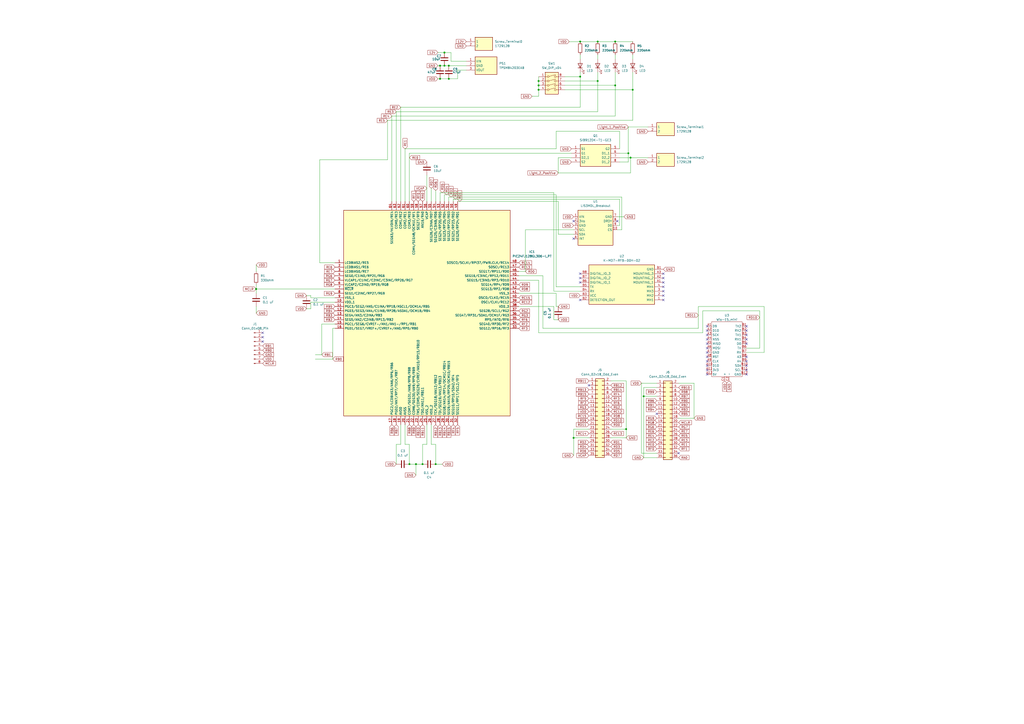
<source format=kicad_sch>
(kicad_sch (version 20231120) (generator "eeschema") (generator_version "8.0")
  (paper "A2")
  (title_block (title "Schematic for train detection module"))
  (junction (at 336.55 44.45))
  (junction (at 257.81 38.1))
  (junction (at 245.11 269.24))
  (junction (at 346.71 46.99))
  (junction (at 365.76 91.44))
  (junction (at 257.81 30.48))
  (junction (at 336.55 24.13))
  (junction (at 367.03 52.07))
  (junction (at 312.42 46.99))
  (junction (at 252.73 269.24))
  (junction (at 356.87 49.53))
  (junction (at 241.3 269.24))
  (junction (at 260.35 45.72))
  (junction (at 363.22 248.92))
  (junction (at 356.87 24.13))
  (junction (at 373.38 229.87))
  (junction (at 260.35 38.1))
  (junction (at 346.71 24.13))
  (junction (at 237.49 269.24))
  (junction (at 255.27 45.72))
  (junction (at 148.59 167.64))
  (junction (at 312.42 49.53))
  (junction (at 255.27 38.1))
  (junction (at 312.42 52.07))
  (junction (at 364.49 88.9))
  (junction (at 332.74 254))
  (no_connect (at 358.14 128.27))
  (no_connect (at 433.07 191.77))
  (no_connect (at 384.81 168.91))
  (no_connect (at 410.21 191.77))
  (no_connect (at 336.55 173.99))
  (no_connect (at 433.07 209.55))
  (no_connect (at 410.21 196.85))
  (no_connect (at 336.55 161.29))
  (no_connect (at 336.55 158.75))
  (no_connect (at 433.07 214.63))
  (no_connect (at 433.07 189.23))
  (no_connect (at 433.07 217.17))
  (no_connect (at 433.07 194.31))
  (no_connect (at 410.21 204.47))
  (no_connect (at 152.4 195.58))
  (no_connect (at 152.4 198.12))
  (no_connect (at 341.63 223.52))
  (no_connect (at 332.74 138.43))
  (no_connect (at 410.21 209.55))
  (no_connect (at 433.07 199.39))
  (no_connect (at 384.81 158.75))
  (no_connect (at 410.21 201.93))
  (no_connect (at 410.21 207.01))
  (no_connect (at 410.21 212.09))
  (no_connect (at 384.81 161.29))
  (no_connect (at 433.07 196.85))
  (no_connect (at 332.74 128.27))
  (no_connect (at 410.21 214.63))
  (no_connect (at 433.07 207.01))
  (no_connect (at 384.81 173.99))
  (no_connect (at 336.55 163.83))
  (no_connect (at 410.21 217.17))
  (no_connect (at 384.81 163.83))
  (no_connect (at 410.21 189.23))
  (no_connect (at 381 240.03))
  (no_connect (at 384.81 171.45))
  (no_connect (at 393.7 262.89))
  (no_connect (at 410.21 194.31))
  (no_connect (at 433.07 212.09))
  (no_connect (at 410.21 199.39))
  (no_connect (at 384.81 166.37))
  (no_connect (at 152.4 193.04))
  (wire (pts (xy 237.49 88.9) (xy 237.49 116.84)))
  (wire (pts (xy 443.23 204.47) (xy 433.07 204.47)))
  (wire (pts (xy 232.41 62.23) (xy 232.41 116.84)))
  (wire (pts (xy 440.69 180.34) (xy 440.69 201.93)))
  (wire (pts (xy 252.73 110.49) (xy 252.73 116.84)))
  (wire (pts (xy 257.81 113.03) (xy 322.58 113.03)))
  (wire (pts (xy 182.88 208.28) (xy 193.04 208.28)))
  (wire (pts (xy 381 262.89) (xy 372.11 262.89)))
  (wire (pts (xy 312.42 162.56) (xy 312.42 193.04)))
  (wire (pts (xy 359.41 86.36) (xy 359.41 76.2)))
  (wire (pts (xy 237.49 257.81) (xy 237.49 269.24)))
  (wire (pts (xy 312.42 46.99) (xy 312.42 44.45)))
  (wire (pts (xy 255.27 45.72) (xy 260.35 45.72)))
  (wire (pts (xy 234.95 246.38) (xy 234.95 257.81)))
  (wire (pts (xy 443.23 177.8) (xy 443.23 204.47)))
  (wire (pts (xy 322.58 76.2) (xy 322.58 86.36)))
  (wire (pts (xy 180.34 175.26) (xy 180.34 179.07)))
  (wire (pts (xy 265.43 40.64) (xy 265.43 45.72)))
  (wire (pts (xy 332.74 254) (xy 341.63 254)))
  (wire (pts (xy 359.41 88.9) (xy 364.49 88.9)))
  (wire (pts (xy 407.67 180.34) (xy 440.69 180.34)))
  (wire (pts (xy 381 224.79) (xy 373.38 224.79)))
  (wire (pts (xy 241.3 269.24) (xy 245.11 269.24)))
  (wire (pts (xy 405.13 177.8) (xy 443.23 177.8)))
  (wire (pts (xy 346.71 41.91) (xy 346.71 46.99)))
  (wire (pts (xy 372.11 222.25) (xy 381 222.25)))
  (wire (pts (xy 180.34 172.72) (xy 194.31 172.72)))
  (wire (pts (xy 373.38 229.87) (xy 381 229.87)))
  (wire (pts (xy 254 30.48) (xy 257.81 30.48)))
  (wire (pts (xy 312.42 52.07) (xy 312.42 49.53)))
  (wire (pts (xy 336.55 62.23) (xy 232.41 62.23)))
  (wire (pts (xy 312.42 49.53) (xy 312.42 46.99)))
  (wire (pts (xy 148.59 167.64) (xy 148.59 170.18)))
  (wire (pts (xy 255.27 111.76) (xy 255.27 116.84)))
  (wire (pts (xy 148.59 177.8) (xy 148.59 181.61)))
  (wire (pts (xy 234.95 257.81) (xy 237.49 257.81)))
  (wire (pts (xy 323.85 91.44) (xy 323.85 100.33)))
  (wire (pts (xy 373.38 224.79) (xy 373.38 229.87)))
  (wire (pts (xy 356.87 24.13) (xy 367.03 24.13)))
  (wire (pts (xy 186.69 187.96) (xy 194.31 187.96)))
  (wire (pts (xy 304.8 133.35) (xy 332.74 133.35)))
  (wire (pts (xy 367.03 31.75) (xy 367.03 34.29)))
  (wire (pts (xy 393.7 222.25) (xy 402.59 222.25)))
  (wire (pts (xy 341.63 248.92) (xy 332.74 248.92)))
  (wire (pts (xy 252.73 257.81) (xy 250.19 257.81)))
  (wire (pts (xy 346.71 64.77) (xy 229.87 64.77)))
  (wire (pts (xy 322.58 177.8) (xy 322.58 170.18)))
  (wire (pts (xy 367.03 52.07) (xy 367.03 69.85)))
  (wire (pts (xy 402.59 242.57) (xy 393.7 242.57)))
  (wire (pts (xy 247.65 101.6) (xy 247.65 116.84)))
  (wire (pts (xy 346.71 24.13) (xy 356.87 24.13)))
  (wire (pts (xy 336.55 44.45) (xy 336.55 62.23)))
  (wire (pts (xy 372.11 262.89) (xy 372.11 222.25)))
  (wire (pts (xy 257.81 38.1) (xy 260.35 38.1)))
  (wire (pts (xy 336.55 31.75) (xy 336.55 34.29)))
  (wire (pts (xy 229.87 64.77) (xy 229.87 116.84)))
  (wire (pts (xy 260.35 38.1) (xy 270.51 38.1)))
  (wire (pts (xy 234.95 86.36) (xy 234.95 116.84)))
  (wire (pts (xy 440.69 201.93) (xy 433.07 201.93)))
  (wire (pts (xy 237.49 88.9) (xy 331.47 88.9)))
  (wire (pts (xy 194.31 152.4) (xy 185.42 152.4)))
  (wire (pts (xy 252.73 257.81) (xy 252.73 269.24)))
  (wire (pts (xy 321.31 185.42) (xy 323.85 185.42)))
  (wire (pts (xy 193.04 190.5) (xy 193.04 208.28)))
  (wire (pts (xy 232.41 246.38) (xy 232.41 257.81)))
  (wire (pts (xy 336.55 41.91) (xy 336.55 44.45)))
  (wire (pts (xy 255.27 38.1) (xy 257.81 38.1)))
  (wire (pts (xy 180.34 179.07) (xy 177.8 179.07)))
  (wire (pts (xy 359.41 130.81) (xy 359.41 115.57)))
  (wire (pts (xy 327.66 49.53) (xy 356.87 49.53)))
  (wire (pts (xy 180.34 171.45) (xy 177.8 171.45)))
  (wire (pts (xy 300.99 162.56) (xy 312.42 162.56)))
  (wire (pts (xy 314.96 190.5) (xy 405.13 190.5)))
  (wire (pts (xy 364.49 93.98) (xy 364.49 88.9)))
  (wire (pts (xy 261.62 30.48) (xy 261.62 35.56)))
  (wire (pts (xy 260.35 114.3) (xy 260.35 116.84)))
  (wire (pts (xy 356.87 31.75) (xy 356.87 34.29)))
  (wire (pts (xy 358.14 130.81) (xy 359.41 130.81)))
  (wire (pts (xy 365.76 91.44) (xy 375.92 91.44)))
  (wire (pts (xy 332.74 254) (xy 332.74 264.16)))
  (wire (pts (xy 148.59 167.64) (xy 194.31 167.64)))
  (wire (pts (xy 185.42 152.4) (xy 185.42 92.71)))
  (wire (pts (xy 336.55 24.13) (xy 346.71 24.13)))
  (wire (pts (xy 252.73 269.24) (xy 256.54 269.24)))
  (wire (pts (xy 308.61 55.88) (xy 312.42 55.88)))
  (wire (pts (xy 304.8 157.48) (xy 304.8 133.35)))
  (wire (pts (xy 241.3 275.59) (xy 241.3 269.24)))
  (wire (pts (xy 323.85 135.89) (xy 323.85 116.84)))
  (wire (pts (xy 257.81 30.48) (xy 261.62 30.48)))
  (wire (pts (xy 359.41 93.98) (xy 364.49 93.98)))
  (wire (pts (xy 314.96 160.02) (xy 314.96 190.5)))
  (wire (pts (xy 321.31 177.8) (xy 300.99 177.8)))
  (wire (pts (xy 346.71 46.99) (xy 346.71 64.77)))
  (wire (pts (xy 402.59 222.25) (xy 402.59 242.57)))
  (wire (pts (xy 330.2 24.13) (xy 336.55 24.13)))
  (wire (pts (xy 354.33 248.92) (xy 363.22 248.92)))
  (wire (pts (xy 312.42 55.88) (xy 312.42 52.07)))
  (wire (pts (xy 180.34 175.26) (xy 194.31 175.26)))
  (wire (pts (xy 227.33 67.31) (xy 227.33 116.84)))
  (wire (pts (xy 322.58 86.36) (xy 234.95 86.36)))
  (wire (pts (xy 321.31 185.42) (xy 321.31 177.8)))
  (wire (pts (xy 186.69 205.74) (xy 186.69 187.96)))
  (wire (pts (xy 323.85 100.33) (xy 365.76 100.33)))
  (wire (pts (xy 254 38.1) (xy 255.27 38.1)))
  (wire (pts (xy 312.42 193.04) (xy 407.67 193.04)))
  (wire (pts (xy 229.87 257.81) (xy 229.87 269.24)))
  (wire (pts (xy 327.66 44.45) (xy 336.55 44.45)))
  (wire (pts (xy 327.66 46.99) (xy 346.71 46.99)))
  (wire (pts (xy 261.62 35.56) (xy 270.51 35.56)))
  (wire (pts (xy 358.14 125.73) (xy 361.95 125.73)))
  (wire (pts (xy 250.19 246.38) (xy 250.19 257.81)))
  (wire (pts (xy 360.68 133.35) (xy 360.68 114.3)))
  (wire (pts (xy 332.74 248.92) (xy 332.74 254)))
  (wire (pts (xy 185.42 92.71) (xy 224.79 92.71)))
  (wire (pts (xy 300.99 157.48) (xy 304.8 157.48)))
  (wire (pts (xy 322.58 166.37) (xy 336.55 166.37)))
  (wire (pts (xy 250.19 109.22) (xy 250.19 116.84)))
  (wire (pts (xy 321.31 111.76) (xy 255.27 111.76)))
  (wire (pts (xy 257.81 116.84) (xy 257.81 113.03)))
  (wire (pts (xy 354.33 220.98) (xy 363.22 220.98)))
  (wire (pts (xy 364.49 73.66) (xy 375.92 73.66)))
  (wire (pts (xy 367.03 41.91) (xy 367.03 52.07)))
  (wire (pts (xy 265.43 45.72) (xy 260.35 45.72)))
  (wire (pts (xy 232.41 257.81) (xy 229.87 257.81)))
  (wire (pts (xy 245.11 257.81) (xy 245.11 269.24)))
  (wire (pts (xy 323.85 116.84) (xy 265.43 116.84)))
  (wire (pts (xy 322.58 113.03) (xy 322.58 166.37)))
  (wire (pts (xy 373.38 265.43) (xy 381 265.43)))
  (wire (pts (xy 224.79 69.85) (xy 224.79 92.71)))
  (wire (pts (xy 148.59 165.1) (xy 148.59 167.64)))
  (wire (pts (xy 322.58 170.18) (xy 300.99 170.18)))
  (wire (pts (xy 363.22 220.98) (xy 363.22 248.92)))
  (wire (pts (xy 262.89 115.57) (xy 359.41 115.57)))
  (wire (pts (xy 321.31 168.91) (xy 321.31 111.76)))
  (wire (pts (xy 405.13 190.5) (xy 405.13 177.8)))
  (wire (pts (xy 356.87 67.31) (xy 227.33 67.31)))
  (wire (pts (xy 354.33 254) (xy 363.22 254)))
  (wire (pts (xy 321.31 168.91) (xy 336.55 168.91)))
  (wire (pts (xy 237.49 269.24) (xy 241.3 269.24)))
  (wire (pts (xy 193.04 190.5) (xy 194.31 190.5)))
  (wire (pts (xy 358.14 133.35) (xy 360.68 133.35)))
  (wire (pts (xy 262.89 115.57) (xy 262.89 116.84)))
  (wire (pts (xy 148.59 153.67) (xy 148.59 157.48)))
  (wire (pts (xy 327.66 52.07) (xy 367.03 52.07)))
  (wire (pts (xy 365.76 91.44) (xy 365.76 100.33)))
  (wire (pts (xy 346.71 31.75) (xy 346.71 34.29)))
  (wire (pts (xy 300.99 160.02) (xy 314.96 160.02)))
  (wire (pts (xy 367.03 69.85) (xy 224.79 69.85)))
  (wire (pts (xy 180.34 172.72) (xy 180.34 171.45)))
  (wire (pts (xy 356.87 41.91) (xy 356.87 49.53)))
  (wire (pts (xy 407.67 193.04) (xy 407.67 180.34)))
  (wire (pts (xy 322.58 177.8) (xy 323.85 177.8)))
  (wire (pts (xy 247.65 246.38) (xy 247.65 257.81)))
  (wire (pts (xy 356.87 49.53) (xy 356.87 67.31)))
  (wire (pts (xy 254 45.72) (xy 255.27 45.72)))
  (wire (pts (xy 270.51 40.64) (xy 265.43 40.64)))
  (wire (pts (xy 363.22 248.92) (xy 363.22 254)))
  (wire (pts (xy 331.47 91.44) (xy 323.85 91.44)))
  (wire (pts (xy 247.65 257.81) (xy 245.11 257.81)))
  (wire (pts (xy 332.74 135.89) (xy 323.85 135.89)))
  (wire (pts (xy 373.38 229.87) (xy 373.38 265.43)))
  (wire (pts (xy 359.41 76.2) (xy 322.58 76.2)))
  (wire (pts (xy 260.35 114.3) (xy 360.68 114.3)))
  (wire (pts (xy 182.88 205.74) (xy 186.69 205.74)))
  (wire (pts (xy 364.49 88.9) (xy 364.49 73.66)))
  (wire (pts (xy 359.41 91.44) (xy 365.76 91.44)))
  (global_label "RE5" (shape input) (at 224.79 69.85 180) (property "Intersheetrefs" "${INTERSHEET_REFS}" (effects (hide yes))))
  (global_label "VCAP" (shape input) (at 247.65 109.22 180) (property "Intersheetrefs" "${INTERSHEET_REFS}" (effects (hide yes))))
  (global_label "GND" (shape input) (at 363.22 254 0) (property "Intersheetrefs" "${INTERSHEET_REFS}" (effects (hide yes))))
  (global_label "Light_1_Positive" (shape input) (at 364.49 73.66 180) (property "Intersheetrefs" "${INTERSHEET_REFS}" (effects (hide yes))))
  (global_label "GND" (shape input) (at 308.61 55.88 180) (property "Intersheetrefs" "${INTERSHEET_REFS}" (effects (hide yes))))
  (global_label "MCLR" (shape input) (at 152.4 210.82 0) (property "Intersheetrefs" "${INTERSHEET_REFS}" (effects (hide yes))))
  (global_label "RG3" (shape input) (at 341.63 236.22 180) (property "Intersheetrefs" "${INTERSHEET_REFS}" (effects (hide yes))))
  (global_label "RD11" (shape input) (at 405.13 182.88 180) (property "Intersheetrefs" "${INTERSHEET_REFS}" (effects (hide yes))))
  (global_label "RF4" (shape input) (at 354.33 228.6 0) (property "Intersheetrefs" "${INTERSHEET_REFS}" (effects (hide yes))))
  (global_label "RB2" (shape input) (at 393.7 234.95 0) (property "Intersheetrefs" "${INTERSHEET_REFS}" (effects (hide yes))))
  (global_label "RB9" (shape input) (at 240.03 246.38 270) (property "Intersheetrefs" "${INTERSHEET_REFS}" (effects (hide yes))))
  (global_label "GND" (shape input) (at 384.81 156.21 0) (property "Intersheetrefs" "${INTERSHEET_REFS}" (effects (hide yes))))
  (global_label "RB7" (shape input) (at 229.87 246.38 270) (property "Intersheetrefs" "${INTERSHEET_REFS}" (effects (hide yes))))
  (global_label "GND" (shape input) (at 323.85 177.8 0) (property "Intersheetrefs" "${INTERSHEET_REFS}" (effects (hide yes))))
  (global_label "RB2" (shape input) (at 194.31 185.42 180) (property "Intersheetrefs" "${INTERSHEET_REFS}" (effects (hide yes))))
  (global_label "RB10" (shape input) (at 393.7 224.79 0) (property "Intersheetrefs" "${INTERSHEET_REFS}" (effects (hide yes))))
  (global_label "RE6" (shape input) (at 381 250.19 180) (property "Intersheetrefs" "${INTERSHEET_REFS}" (effects (hide yes))))
  (global_label "RD6" (shape input) (at 252.73 110.49 90) (property "Intersheetrefs" "${INTERSHEET_REFS}" (effects (hide yes))))
  (global_label "GND" (shape input) (at 152.4 205.74 0) (property "Intersheetrefs" "${INTERSHEET_REFS}" (effects (hide yes))))
  (global_label "VDD" (shape input) (at 420.37 220.98 270) (property "Intersheetrefs" "${INTERSHEET_REFS}" (effects (hide yes))))
  (global_label "RF1" (shape input) (at 240.03 116.84 90) (property "Intersheetrefs" "${INTERSHEET_REFS}" (effects (hide yes))))
  (global_label "RG8" (shape input) (at 194.31 165.1 180) (property "Intersheetrefs" "${INTERSHEET_REFS}" (effects (hide yes))))
  (global_label "RE0" (shape input) (at 237.49 91.44 0) (property "Intersheetrefs" "${INTERSHEET_REFS}" (effects (hide yes))))
  (global_label "RE2" (shape input) (at 381 255.27 180) (property "Intersheetrefs" "${INTERSHEET_REFS}" (effects (hide yes))))
  (global_label "GND" (shape input) (at 361.95 125.73 0) (property "Intersheetrefs" "${INTERSHEET_REFS}" (effects (hide yes))))
  (global_label "RC12" (shape input) (at 300.99 175.26 0) (property "Intersheetrefs" "${INTERSHEET_REFS}" (effects (hide yes))))
  (global_label "RB12" (shape input) (at 354.33 223.52 0) (property "Intersheetrefs" "${INTERSHEET_REFS}" (effects (hide yes))))
  (global_label "RB14" (shape input) (at 354.33 226.06 0) (property "Intersheetrefs" "${INTERSHEET_REFS}" (effects (hide yes))))
  (global_label "RB1" (shape input) (at 381 234.95 180) (property "Intersheetrefs" "${INTERSHEET_REFS}" (effects (hide yes))))
  (global_label "VDD" (shape input) (at 256.54 269.24 0) (property "Intersheetrefs" "${INTERSHEET_REFS}" (effects (hide yes))))
  (global_label "RC14" (shape input) (at 300.99 152.4 0) (property "Intersheetrefs" "${INTERSHEET_REFS}" (effects (hide yes))))
  (global_label "RB0" (shape input) (at 193.04 208.28 0) (property "Intersheetrefs" "${INTERSHEET_REFS}" (effects (hide yes))))
  (global_label "RD3" (shape input) (at 261.62 114.3 90) (property "Intersheetrefs" "${INTERSHEET_REFS}" (effects (hide yes))))
  (global_label "RB15" (shape input) (at 341.63 228.6 180) (property "Intersheetrefs" "${INTERSHEET_REFS}" (effects (hide yes))))
  (global_label "RD2" (shape input) (at 341.63 256.54 180) (property "Intersheetrefs" "${INTERSHEET_REFS}" (effects (hide yes))))
  (global_label "RC15" (shape input) (at 341.63 241.3 180) (property "Intersheetrefs" "${INTERSHEET_REFS}" (effects (hide yes))))
  (global_label "MCLR" (shape input) (at 393.7 245.11 0) (property "Intersheetrefs" "${INTERSHEET_REFS}" (effects (hide yes))))
  (global_label "RD7" (shape input) (at 354.33 264.16 0) (property "Intersheetrefs" "${INTERSHEET_REFS}" (effects (hide yes))))
  (global_label "RD9" (shape input) (at 341.63 243.84 180) (property "Intersheetrefs" "${INTERSHEET_REFS}" (effects (hide yes))))
  (global_label "RF0" (shape input) (at 242.57 116.84 90) (property "Intersheetrefs" "${INTERSHEET_REFS}" (effects (hide yes))))
  (global_label "RG6" (shape input) (at 194.31 160.02 180) (property "Intersheetrefs" "${INTERSHEET_REFS}" (effects (hide yes))))
  (global_label "GND" (shape input) (at 373.38 265.43 180) (property "Intersheetrefs" "${INTERSHEET_REFS}" (effects (hide yes))))
  (global_label "VDD" (shape input) (at 341.63 238.76 180) (property "Intersheetrefs" "${INTERSHEET_REFS}" (effects (hide yes))))
  (global_label "RC12" (shape input) (at 354.33 238.76 0) (property "Intersheetrefs" "${INTERSHEET_REFS}" (effects (hide yes))))
  (global_label "RB5" (shape input) (at 393.7 240.03 0) (property "Intersheetrefs" "${INTERSHEET_REFS}" (effects (hide yes))))
  (global_label "VDD" (shape input) (at 254 45.72 180) (property "Intersheetrefs" "${INTERSHEET_REFS}" (effects (hide yes))))
  (global_label "VDD" (shape input) (at 330.2 24.13 180) (property "Intersheetrefs" "${INTERSHEET_REFS}" (effects (hide yes))))
  (global_label "VDD" (shape input) (at 332.74 125.73 180) (property "Intersheetrefs" "${INTERSHEET_REFS}" (effects (hide yes))))
  (global_label "RD7" (shape input) (at 250.19 109.22 90) (property "Intersheetrefs" "${INTERSHEET_REFS}" (effects (hide yes))))
  (global_label "RG3" (shape input) (at 300.99 182.88 0) (property "Intersheetrefs" "${INTERSHEET_REFS}" (effects (hide yes))))
  (global_label "RD5" (shape input) (at 354.33 261.62 0) (property "Intersheetrefs" "${INTERSHEET_REFS}" (effects (hide yes))))
  (global_label "RB5" (shape input) (at 194.31 177.8 180) (property "Intersheetrefs" "${INTERSHEET_REFS}" (effects (hide yes))))
  (global_label "RF0" (shape input) (at 381 260.35 180) (property "Intersheetrefs" "${INTERSHEET_REFS}" (effects (hide yes))))
  (global_label "RD1" (shape input) (at 354.33 256.54 0) (property "Intersheetrefs" "${INTERSHEET_REFS}" (effects (hide yes))))
  (global_label "VDD" (shape input) (at 372.11 222.25 180) (property "Intersheetrefs" "${INTERSHEET_REFS}" (effects (hide yes))))
  (global_label "RG7" (shape input) (at 393.7 247.65 0) (property "Intersheetrefs" "${INTERSHEET_REFS}" (effects (hide yes))))
  (global_label "RE1" (shape input) (at 393.7 257.81 0) (property "Intersheetrefs" "${INTERSHEET_REFS}" (effects (hide yes))))
  (global_label "RE1" (shape input) (at 234.95 86.36 90) (property "Intersheetrefs" "${INTERSHEET_REFS}" (effects (hide yes))))
  (global_label "RD10" (shape input) (at 354.33 243.84 0) (property "Intersheetrefs" "${INTERSHEET_REFS}" (effects (hide yes))))
  (global_label "RD6" (shape input) (at 341.63 261.62 180) (property "Intersheetrefs" "${INTERSHEET_REFS}" (effects (hide yes))))
  (global_label "RE6" (shape input) (at 194.31 154.94 180) (property "Intersheetrefs" "${INTERSHEET_REFS}" (effects (hide yes))))
  (global_label "RD4" (shape input) (at 259.08 113.03 90) (property "Intersheetrefs" "${INTERSHEET_REFS}" (effects (hide yes))))
  (global_label "RD8" (shape input) (at 354.33 241.3 0) (property "Intersheetrefs" "${INTERSHEET_REFS}" (effects (hide yes))))
  (global_label "RG9" (shape input) (at 381 242.57 180) (property "Intersheetrefs" "${INTERSHEET_REFS}" (effects (hide yes))))
  (global_label "RB7" (shape input) (at 393.7 229.87 0) (property "Intersheetrefs" "${INTERSHEET_REFS}" (effects (hide yes))))
  (global_label "12V" (shape input) (at 254 30.48 180) (property "Intersheetrefs" "${INTERSHEET_REFS}" (effects (hide yes))))
  (global_label "VDD" (shape input) (at 229.87 269.24 180) (property "Intersheetrefs" "${INTERSHEET_REFS}" (effects (hide yes))))
  (global_label "GND" (shape input) (at 254 38.1 180) (property "Intersheetrefs" "${INTERSHEET_REFS}" (effects (hide yes))))
  (global_label "RG2" (shape input) (at 354.33 236.22 0) (property "Intersheetrefs" "${INTERSHEET_REFS}" (effects (hide yes))))
  (global_label "RD0" (shape input) (at 304.8 157.48 0) (property "Intersheetrefs" "${INTERSHEET_REFS}" (effects (hide yes))))
  (global_label "GND" (shape input) (at 148.59 181.61 0) (property "Intersheetrefs" "${INTERSHEET_REFS}" (effects (hide yes))))
  (global_label "RB3" (shape input) (at 393.7 237.49 0) (property "Intersheetrefs" "${INTERSHEET_REFS}" (effects (hide yes))))
  (global_label "RG2" (shape input) (at 300.99 180.34 0) (property "Intersheetrefs" "${INTERSHEET_REFS}" (effects (hide yes))))
  (global_label "RG9" (shape input) (at 194.31 170.18 180) (property "Intersheetrefs" "${INTERSHEET_REFS}" (effects (hide yes))))
  (global_label "RE7" (shape input) (at 194.31 157.48 180) (property "Intersheetrefs" "${INTERSHEET_REFS}" (effects (hide yes))))
  (global_label "GND" (shape input) (at 332.74 264.16 180) (property "Intersheetrefs" "${INTERSHEET_REFS}" (effects (hide yes))))
  (global_label "RD1" (shape input) (at 266.7 116.84 90) (property "Intersheetrefs" "${INTERSHEET_REFS}" (effects (hide yes))))
  (global_label "VDD" (shape input) (at 152.4 208.28 0) (property "Intersheetrefs" "${INTERSHEET_REFS}" (effects (hide yes))))
  (global_label "GND" (shape input) (at 332.74 130.81 180) (property "Intersheetrefs" "${INTERSHEET_REFS}" (effects (hide yes))))
  (global_label "RF3" (shape input) (at 354.33 231.14 0) (property "Intersheetrefs" "${INTERSHEET_REFS}" (effects (hide yes))))
  (global_label "RB1" (shape input) (at 152.4 200.66 0) (property "Intersheetrefs" "${INTERSHEET_REFS}" (effects (hide yes))))
  (global_label "RF6" (shape input) (at 354.33 233.68 0) (property "Intersheetrefs" "${INTERSHEET_REFS}" (effects (hide yes))))
  (global_label "RB0" (shape input) (at 152.4 203.2 0) (property "Intersheetrefs" "${INTERSHEET_REFS}" (effects (hide yes))))
  (global_label "RB6" (shape input) (at 381 232.41 180) (property "Intersheetrefs" "${INTERSHEET_REFS}" (effects (hide yes))))
  (global_label "GND" (shape input) (at 177.8 171.45 180) (property "Intersheetrefs" "${INTERSHEET_REFS}" (effects (hide yes))))
  (global_label "RE4" (shape input) (at 381 252.73 180) (property "Intersheetrefs" "${INTERSHEET_REFS}" (effects (hide yes))))
  (global_label "RD0" (shape input) (at 354.33 246.38 0) (property "Intersheetrefs" "${INTERSHEET_REFS}" (effects (hide yes))))
  (global_label "VCAP" (shape input) (at 341.63 264.16 180) (property "Intersheetrefs" "${INTERSHEET_REFS}" (effects (hide yes))))
  (global_label "RF5" (shape input) (at 265.43 246.38 270) (property "Intersheetrefs" "${INTERSHEET_REFS}" (effects (hide yes))))
  (global_label "VDD" (shape input) (at 323.85 185.42 0) (property "Intersheetrefs" "${INTERSHEET_REFS}" (effects (hide yes))))
  (global_label "RG8" (shape input) (at 381 245.11 180) (property "Intersheetrefs" "${INTERSHEET_REFS}" (effects (hide yes))))
  (global_label "RD4" (shape input) (at 341.63 259.08 180) (property "Intersheetrefs" "${INTERSHEET_REFS}" (effects (hide yes))))
  (global_label "GND" (shape input) (at 402.59 242.57 0) (property "Intersheetrefs" "${INTERSHEET_REFS}" (effects (hide yes))))
  (global_label "RE4" (shape input) (at 227.33 67.31 180) (property "Intersheetrefs" "${INTERSHEET_REFS}" (effects (hide yes))))
  (global_label "RD11" (shape input) (at 341.63 246.38 180) (property "Intersheetrefs" "${INTERSHEET_REFS}" (effects (hide yes))))
  (global_label "GND" (shape input) (at 331.47 93.98 180) (property "Intersheetrefs" "${INTERSHEET_REFS}" (effects (hide yes))))
  (global_label "RF3" (shape input) (at 300.99 190.5 0) (property "Intersheetrefs" "${INTERSHEET_REFS}" (effects (hide yes))))
  (global_label "Light_2_Positive" (shape input) (at 323.85 100.33 180) (property "Intersheetrefs" "${INTERSHEET_REFS}" (effects (hide yes))))
  (global_label "RB13" (shape input) (at 255.27 246.38 270) (property "Intersheetrefs" "${INTERSHEET_REFS}" (effects (hide yes))))
  (global_label "12V" (shape input) (at 270.51 24.13 180) (property "Intersheetrefs" "${INTERSHEET_REFS}" (effects (hide yes))))
  (global_label "RC13" (shape input) (at 354.33 251.46 0) (property "Intersheetrefs" "${INTERSHEET_REFS}" (effects (hide yes))))
  (global_label "MCLR" (shape input) (at 148.59 167.64 180) (property "Intersheetrefs" "${INTERSHEET_REFS}" (effects (hide yes))))
  (global_label "RC13" (shape input) (at 300.99 154.94 0) (property "Intersheetrefs" "${INTERSHEET_REFS}" (effects (hide yes))))
  (global_label "RA0" (shape input) (at 393.7 265.43 0) (property "Intersheetrefs" "${INTERSHEET_REFS}" (effects (hide yes))))
  (global_label "RF1" (shape input) (at 393.7 260.35 0) (property "Intersheetrefs" "${INTERSHEET_REFS}" (effects (hide yes))))
  (global_label "RD9" (shape input) (at 300.99 165.1 0) (property "Intersheetrefs" "${INTERSHEET_REFS}" (effects (hide yes))))
  (global_label "RB14" (shape input) (at 257.81 246.38 270) (property "Intersheetrefs" "${INTERSHEET_REFS}" (effects (hide yes))))
  (global_label "RF2" (shape input) (at 300.99 187.96 0) (property "Intersheetrefs" "${INTERSHEET_REFS}" (effects (hide yes))))
  (global_label "RB3" (shape input) (at 194.31 182.88 180) (property "Intersheetrefs" "${INTERSHEET_REFS}" (effects (hide yes))))
  (global_label "GND" (shape input) (at 241.3 275.59 180) (property "Intersheetrefs" "${INTERSHEET_REFS}" (effects (hide yes))))
  (global_label "RB10" (shape input) (at 242.57 246.38 270) (property "Intersheetrefs" "${INTERSHEET_REFS}" (effects (hide yes))))
  (global_label "RF2" (shape input) (at 341.63 233.68 180) (property "Intersheetrefs" "${INTERSHEET_REFS}" (effects (hide yes))))
  (global_label "RG6" (shape input) (at 381 247.65 180) (property "Intersheetrefs" "${INTERSHEET_REFS}" (effects (hide yes))))
  (global_label "RB8" (shape input) (at 237.49 246.38 270) (property "Intersheetrefs" "${INTERSHEET_REFS}" (effects (hide yes))))
  (global_label "RF4" (shape input) (at 262.89 246.38 270) (property "Intersheetrefs" "${INTERSHEET_REFS}" (effects (hide yes))))
  (global_label "RC15" (shape input) (at 300.99 172.72 0) (property "Intersheetrefs" "${INTERSHEET_REFS}" (effects (hide yes))))
  (global_label "GND" (shape input) (at 375.92 76.2 180) (property "Intersheetrefs" "${INTERSHEET_REFS}" (effects (hide yes))))
  (global_label "GND" (shape input) (at 247.65 93.98 180) (property "Intersheetrefs" "${INTERSHEET_REFS}" (effects (hide yes))))
  (global_label "RB11" (shape input) (at 341.63 220.98 180) (property "Intersheetrefs" "${INTERSHEET_REFS}" (effects (hide yes))))
  (global_label "RE2" (shape input) (at 232.41 62.23 180) (property "Intersheetrefs" "${INTERSHEET_REFS}" (effects (hide yes))))
  (global_label "RB6" (shape input) (at 227.33 246.38 270) (property "Intersheetrefs" "${INTERSHEET_REFS}" (effects (hide yes))))
  (global_label "RC14" (shape input) (at 341.63 251.46 180) (property "Intersheetrefs" "${INTERSHEET_REFS}" (effects (hide yes))))
  (global_label "RB0" (shape input) (at 393.7 232.41 0) (property "Intersheetrefs" "${INTERSHEET_REFS}" (effects (hide yes))))
  (global_label "RE5" (shape input) (at 393.7 252.73 0) (property "Intersheetrefs" "${INTERSHEET_REFS}" (effects (hide yes))))
  (global_label "RB4" (shape input) (at 194.31 180.34 180) (property "Intersheetrefs" "${INTERSHEET_REFS}" (effects (hide yes))))
  (global_label "VDD" (shape input) (at 336.55 171.45 180) (property "Intersheetrefs" "${INTERSHEET_REFS}" (effects (hide yes))))
  (global_label "RB13" (shape input) (at 341.63 226.06 180) (property "Intersheetrefs" "${INTERSHEET_REFS}" (effects (hide yes))))
  (global_label "RG7" (shape input) (at 194.31 162.56 180) (property "Intersheetrefs" "${INTERSHEET_REFS}" (effects (hide yes))))
  (global_label "RD2" (shape input) (at 264.16 115.57 90) (property "Intersheetrefs" "${INTERSHEET_REFS}" (effects (hide yes))))
  (global_label "RB9" (shape input) (at 381 227.33 180) (property "Intersheetrefs" "${INTERSHEET_REFS}" (effects (hide yes))))
  (global_label "RB1" (shape input) (at 186.69 205.74 0) (property "Intersheetrefs" "${INTERSHEET_REFS}" (effects (hide yes))))
  (global_label "RE3" (shape input) (at 393.7 255.27 0) (property "Intersheetrefs" "${INTERSHEET_REFS}" (effects (hide yes))))
  (global_label "RA0" (shape input) (at 245.11 116.84 90) (property "Intersheetrefs" "${INTERSHEET_REFS}" (effects (hide yes))))
  (global_label "GND" (shape input) (at 270.51 26.67 180) (property "Intersheetrefs" "${INTERSHEET_REFS}" (effects (hide yes))))
  (global_label "RB4" (shape input) (at 381 237.49 180) (property "Intersheetrefs" "${INTERSHEET_REFS}" (effects (hide yes))))
  (global_label "RD5" (shape input) (at 256.54 111.76 90) (property "Intersheetrefs" "${INTERSHEET_REFS}" (effects (hide yes))))
  (global_label "RE7" (shape input) (at 393.7 250.19 0) (property "Intersheetrefs" "${INTERSHEET_REFS}" (effects (hide yes))))
  (global_label "RD3" (shape input) (at 354.33 259.08 0) (property "Intersheetrefs" "${INTERSHEET_REFS}" (effects (hide yes))))
  (global_label "GND" (shape input) (at 331.47 86.36 180) (property "Intersheetrefs" "${INTERSHEET_REFS}" (effects (hide yes))))
  (global_label "RB8" (shape input) (at 393.7 227.33 0) (property "Intersheetrefs" "${INTERSHEET_REFS}" (effects (hide yes))))
  (global_label "RF5" (shape input) (at 341.63 231.14 180) (property "Intersheetrefs" "${INTERSHEET_REFS}" (effects (hide yes))))
  (global_label "GND" (shape input) (at 375.92 93.98 180) (property "Intersheetrefs" "${INTERSHEET_REFS}" (effects (hide yes))))
  (global_label "VDD" (shape input) (at 177.8 179.07 180) (property "Intersheetrefs" "${INTERSHEET_REFS}" (effects (hide yes))))
  (global_label "RB15" (shape input) (at 260.35 246.38 270) (property "Intersheetrefs" "${INTERSHEET_REFS}" (effects (hide yes))))
  (global_label "RD10" (shape input) (at 440.69 184.15 180) (property "Intersheetrefs" "${INTERSHEET_REFS}" (effects (hide yes))))
  (global_label "VDD" (shape input) (at 148.59 153.67 0) (property "Intersheetrefs" "${INTERSHEET_REFS}" (effects (hide yes))))
  (global_label "RB12" (shape input) (at 252.73 246.38 270) (property "Intersheetrefs" "${INTERSHEET_REFS}" (effects (hide yes))))
  (global_label "RF6" (shape input) (at 300.99 185.42 0) (property "Intersheetrefs" "${INTERSHEET_REFS}" (effects (hide yes))))
  (global_label "RE3" (shape input) (at 229.87 64.77 180) (property "Intersheetrefs" "${INTERSHEET_REFS}" (effects (hide yes))))
  (global_label "RE0" (shape input) (at 381 257.81 180) (property "Intersheetrefs" "${INTERSHEET_REFS}" (effects (hide yes))))
  (global_label "GND" (shape input) (at 422.91 220.98 270) (property "Intersheetrefs" "${INTERSHEET_REFS}" (effects (hide yes))))
  (global_label "RB11" (shape input) (at 245.11 246.38 270) (property "Intersheetrefs" "${INTERSHEET_REFS}" (effects (hide yes))))
  (global_label "RD8" (shape input) (at 300.99 167.64 0) (property "Intersheetrefs" "${INTERSHEET_REFS}" (effects (hide yes))))
  (symbol (lib_id "Screw_Terminal_Symbols:1729128") (at 375.92 91.44 0) (unit 1)
    (property "Reference" "Screw_Terminal2" (at 392.43 91.4399 0) (effects (justify left)))
    (property "Value" "1729128" (at 392.43 93.9799 0) (effects (justify left)))
    (property "Footprint" "Screw_Terminal:1729128" (effects (hide yes)))
    (property "Datasheet" "http://www.phoenixcontact.net/product/1729128" (effects (hide yes)))
    (property "Description" "PCB terminal block, nominal current: 13.5 A, rated voltage (III/2): 400 V, nominal cross section: 1.5 mm?, Number of potentials: 2, Number of rows: 1, Number of positions per row: 2, product range: MKDSN 1,5, pitch: 5.08 mm, connection method: Screw connection with tension sleeve, mounting: Wave soldering, conductor/PCB connection direction: 0 ?, color: green, Pin layout: Linear pinning, Solder pin [P]: 3.5 mm, type of packaging: packed in cardboard" (effects (hide yes)))
    (property "Height" "10.15" (effects (hide yes)))
    (property "Mouser Part Number" "651-1729128" (effects (hide yes)))
    (property "Mouser Price/Stock" "https://www.mouser.co.uk/ProductDetail/Phoenix-Contact/1729128?qs=GFUSqQMLmmnCBVBY3dts9w%3D%3D" (effects (hide yes)))
    (property "Manufacturer_Name" "Phoenix Contact" (effects (hide yes)))
    (property "Manufacturer_Part_Number" "1729128" (effects (hide yes)))
  )
  (symbol (lib_id "Device:LED") (at 367.03 38.1 90) (unit 1)
    (property "Reference" "D4" (at 370.84 38.4174 90) (effects (justify right)))
    (property "Value" "LED" (at 370.84 40.9574 90) (effects (justify right)))
    (property "Footprint" "LED_THT:LED_D5.0mm" (effects (hide yes)))
    (property "Description" "Light emitting diode" (effects (hide yes)))
  )
  (symbol (lib_id "Device:R") (at 367.03 27.94 0) (unit 1)
    (property "Reference" "R5" (at 369.57 26.6699 0) (effects (justify left)))
    (property "Value" "220ohm" (at 369.57 29.2099 0) (effects (justify left)))
    (property "Footprint" "Resistor_SMD:R_0603_1608Metric" (effects (hide yes)))
    (property "Description" "Resistor" (effects (hide yes)))
  )
  (symbol (lib_id "Device:C") (at 257.81 34.29 0) (unit 1)
    (property "Reference" "C7" (at 253.238 32.512 0) (effects (justify left)))
    (property "Value" "10uF" (at 250.698 34.29 0) (effects (justify left)))
    (property "Footprint" "Capacitor_SMD:C_0603_1608Metric" (effects (hide yes)))
    (property "Description" "Unpolarized capacitor" (effects (hide yes)))
  )
  (symbol (lib_id "PIC24FJ128GL306-I_PT1.1:PIC24FJ128GL306-I_PT") (at 194.31 152.4 0) (unit 1)
    (property "Reference" "IC1" (at 308.61 146.0814 0))
    (property "Value" "PIC24FJ128GL306-I_PT" (at 308.61 148.6214 0))
    (property "Footprint" "pic24_footprint:QFP50P1200X1200X120-64N" (effects (hide yes)))
    (property "Datasheet" "http://ww1.microchip.com/downloads/en/DeviceDoc/PIC24FJ128GL306-Family-Data-Sheet-DS30010198B.pdf" (effects (hide yes)))
    (property "Description" "16-bit Microcontrollers - MCU 16-bit, 16 MIPS, 128KB ECC Flash, 8KB RAM, LCD, XLP, 64-pin" (effects (hide yes)))
    (property "Height" "1.2" (effects (hide yes)))
    (property "Mouser Part Number" "579-C24FJ128GL306IPT" (effects (hide yes)))
    (property "Mouser Price/Stock" "https://www.mouser.co.uk/ProductDetail/Microchip-Technology/PIC24FJ128GL306-I-PT?qs=GBLSl2AkirtHmG5CiG9GPw%3D%3D" (effects (hide yes)))
    (property "Manufacturer_Name" "Microchip" (effects (hide yes)))
    (property "Manufacturer_Part_Number" "PIC24FJ128GL306-I/PT" (effects (hide yes)))
  )
  (symbol (lib_id "Device:C") (at 247.65 97.79 0) (unit 1)
    (property "Reference" "C6" (at 251.46 96.5199 0) (effects (justify left)))
    (property "Value" "10uF" (at 251.46 99.0599 0) (effects (justify left)))
    (property "Footprint" "Capacitor_SMD:C_0603_1608Metric" (effects (hide yes)))
    (property "Description" "Unpolarized capacitor" (effects (hide yes)))
  )
  (symbol (lib_id "Device:C") (at 233.68 269.24 270) (unit 1)
    (property "Reference" "C3" (at 233.68 261.62 90))
    (property "Value" "0.1 uF" (at 233.68 264.16 90))
    (property "Footprint" "Capacitor_SMD:C_0603_1608Metric" (effects (hide yes)))
    (property "Description" "Unpolarized capacitor" (effects (hide yes)))
  )
  (symbol (lib_id "Device:C") (at 323.85 181.61 0) (unit 1)
    (property "Reference" "C5" (at 316.23 181.61 90))
    (property "Value" "0.1 uF" (at 318.77 181.61 90))
    (property "Footprint" "Capacitor_SMD:C_0603_1608Metric" (effects (hide yes)))
    (property "Description" "Unpolarized capacitor" (effects (hide yes)))
  )
  (symbol (lib_id "Device:C") (at 248.92 269.24 90) (unit 1)
    (property "Reference" "C4" (at 248.92 276.86 90))
    (property "Value" "0.1 uF" (at 248.92 274.32 90))
    (property "Footprint" "Capacitor_SMD:C_0603_1608Metric" (effects (hide yes)))
    (property "Description" "Unpolarized capacitor" (effects (hide yes)))
  )
  (symbol (lib_id "LoRa_Tranciever:Wio-E5_min") (at 417.83 191.77 0) (unit 1)
    (property "Reference" "U3" (at 421.64 182.88 0))
    (property "Value" "Wio-E5_mini" (at 421.64 185.42 0))
    (property "Footprint" "LoRa Tranciever:Wio-E5_mini" (effects (hide yes)))
  )
  (symbol (lib_id "K-MD7-RFB-00H-02:K-MD7-RFB-00H-02") (at 384.81 173.99 180) (unit 1)
    (property "Reference" "U2" (at 360.68 148.59 0))
    (property "Value" "K-MD7-RFB-00H-02" (at 360.68 151.13 0))
    (property "Footprint" "Radar:KMD7RFB00H02" (effects (hide yes)))
    (property "Datasheet" "https://rfbeam.ch/wp-content/uploads/dlm_uploads/2023/04/Datasheet_K-MD7.pdf" (effects (hide yes)))
    (property "Description" "RF Transceiver 24GHz digital multi target tracking radar" (effects (hide yes)))
    (property "Height" "8.3" (effects (hide yes)))
    (property "Manufacturer_Name" "RFBEAM" (effects (hide yes)))
    (property "Manufacturer_Part_Number" "K-MD7-RFB-00H-02" (effects (hide yes)))
  )
  (symbol (lib_id "Switch:SW_DIP_x04") (at 320.04 49.53 0) (unit 1)
    (property "Reference" "SW1" (at 320.04 36.83 0))
    (property "Value" "SW_DIP_x04" (at 320.04 39.37 0))
    (property "Footprint" "Button_Switch_THT:SW_DIP_SPSTx04_Piano_10.8x11.72mm_W7.62mm_P2.54mm" (effects (hide yes)))
    (property "Description" "4x DIP Switch, Single Pole Single Throw (SPST) switch, small symbol" (effects (hide yes)))
  )
  (symbol (lib_id "Screw_Terminal_Symbols:1729128") (at 375.92 73.66 0) (unit 1)
    (property "Reference" "Screw_Terminal1" (at 392.43 73.6599 0) (effects (justify left)))
    (property "Value" "1729128" (at 392.43 76.1999 0) (effects (justify left)))
    (property "Footprint" "Screw_Terminal:1729128" (effects (hide yes)))
    (property "Datasheet" "http://www.phoenixcontact.net/product/1729128" (effects (hide yes)))
    (property "Description" "PCB terminal block, nominal current: 13.5 A, rated voltage (III/2): 400 V, nominal cross section: 1.5 mm?, Number of potentials: 2, Number of rows: 1, Number of positions per row: 2, product range: MKDSN 1,5, pitch: 5.08 mm, connection method: Screw connection with tension sleeve, mounting: Wave soldering, conductor/PCB connection direction: 0 ?, color: green, Pin layout: Linear pinning, Solder pin [P]: 3.5 mm, type of packaging: packed in cardboard" (effects (hide yes)))
    (property "Height" "10.15" (effects (hide yes)))
    (property "Mouser Part Number" "651-1729128" (effects (hide yes)))
    (property "Mouser Price/Stock" "https://www.mouser.co.uk/ProductDetail/Phoenix-Contact/1729128?qs=GFUSqQMLmmnCBVBY3dts9w%3D%3D" (effects (hide yes)))
    (property "Manufacturer_Name" "Phoenix Contact" (effects (hide yes)))
    (property "Manufacturer_Part_Number" "1729128" (effects (hide yes)))
  )
  (symbol (lib_id "Device:C") (at 255.27 41.91 0) (unit 1)
    (property "Reference" "C8" (at 250.698 40.132 0) (effects (justify left)))
    (property "Value" "47uF" (at 247.904 41.91 0) (effects (justify left)))
    (property "Footprint" "Capacitor_SMD:C_1210_3225Metric" (effects (hide yes)))
    (property "Description" "Unpolarized capacitor" (effects (hide yes)))
  )
  (symbol (lib_id "Step_Down_Voltage:TPSM84203EAB") (at 270.51 35.56 0) (unit 1)
    (property "Reference" "PS1" (at 289.56 36.8299 0) (effects (justify left)))
    (property "Value" "TPSM84203EAB" (at 289.56 39.3699 0) (effects (justify left)))
    (property "Footprint" "Step_Down_Voltage:TPSM84203EAB" (effects (hide yes)))
    (property "Datasheet" "http://www.ti.com/lit/gpn/tpsm84203" (effects (hide yes)))
    (property "Description" "1.5A, 28V Input, 3.3V Output, TO-220 Power Module" (effects (hide yes)))
    (property "Height" "11.1" (effects (hide yes)))
    (property "Mouser Part Number" "595-TPSM84203EAB" (effects (hide yes)))
    (property "Mouser Price/Stock" "https://www.mouser.co.uk/ProductDetail/Texas-Instruments/TPSM84203EAB?qs=EU6FO9ffTwdvD6IyQBtt5A%3D%3D" (effects (hide yes)))
    (property "Manufacturer_Name" "Texas Instruments" (effects (hide yes)))
    (property "Manufacturer_Part_Number" "TPSM84203EAB" (effects (hide yes)))
  )
  (symbol (lib_id "Connector_Generic:Conn_02x18_Odd_Even") (at 346.71 241.3 0) (unit 1)
    (property "Reference" "J5" (at 347.98 214.63 0))
    (property "Value" "Conn_02x18_Odd_Even" (at 347.98 217.17 0))
    (property "Footprint" "Connector_PinSocket_2.54mm:PinSocket_2x18_P2.54mm_Vertical" (effects (hide yes)))
    (property "Description" "Generic connector, double row, 02x18, odd/even pin numbering scheme (row 1 odd numbers, row 2 even numbers), script generated (kicad-library-utils/schlib/autogen/connector/)" (effects (hide yes)))
  )
  (symbol (lib_id "Device:R") (at 346.71 27.94 0) (unit 1)
    (property "Reference" "R3" (at 349.25 26.6699 0) (effects (justify left)))
    (property "Value" "220ohm" (at 349.25 29.2099 0) (effects (justify left)))
    (property "Footprint" "Resistor_SMD:R_0603_1608Metric" (effects (hide yes)))
    (property "Description" "Resistor" (effects (hide yes)))
  )
  (symbol (lib_id "Connector:Conn_01x08_Pin") (at 147.32 200.66 0) (unit 1)
    (property "Reference" "J1" (at 147.955 187.96 0))
    (property "Value" "Conn_01x08_Pin" (at 147.955 190.5 0))
    (property "Footprint" "Connector_PinHeader_2.54mm:PinHeader_1x08_P2.54mm_Horizontal" (effects (hide yes)))
    (property "Description" "Generic connector, single row, 01x08, script generated" (effects (hide yes)))
  )
  (symbol (lib_id "SIB912DK-T1-GE3:SIB912DK-T1-GE3") (at 331.47 86.36 0) (unit 1)
    (property "Reference" "Q1" (at 345.44 78.74 0))
    (property "Value" "SIB912DK-T1-GE3" (at 345.44 81.28 0))
    (property "Footprint" "Power_MOSFET:SIB912DKT1GE3" (effects (hide yes)))
    (property "Datasheet" "http://www.vishay.com/docs/68883/sib912dk.pdf" (effects (hide yes)))
    (property "Description" "MOSFET 20V Vds 8V Vgs PowerPAK SC-75" (effects (hide yes)))
    (property "Height" "0.85" (effects (hide yes)))
    (property "Mouser Part Number" "781-SIB912DK-GE3" (effects (hide yes)))
    (property "Mouser Price/Stock" "https://www.mouser.co.uk/ProductDetail/Vishay-Siliconix/SIB912DK-T1-GE3?qs=%252BPu8jn5UVnHGMKmKFaGqHw%3D%3D" (effects (hide yes)))
    (property "Manufacturer_Name" "Vishay" (effects (hide yes)))
    (property "Manufacturer_Part_Number" "SIB912DK-T1-GE3" (effects (hide yes)))
  )
  (symbol (lib_id "Device:LED") (at 336.55 38.1 90) (unit 1)
    (property "Reference" "D1" (at 340.36 38.4174 90) (effects (justify right)))
    (property "Value" "LED" (at 340.36 40.9574 90) (effects (justify right)))
    (property "Footprint" "LED_THT:LED_D5.0mm" (effects (hide yes)))
    (property "Description" "Light emitting diode" (effects (hide yes)))
  )
  (symbol (lib_id "Sensor_Magnetic:LIS3MDL_Breakout") (at 374.65 161.29 0) (unit 1)
    (property "Reference" "U1" (at 345.44 116.84 0))
    (property "Value" "LIS3MDL_Breakout" (at 345.44 119.38 0))
    (property "Footprint" "Adafruit-LIS3MDL-PCB-master:LIS3MDL" (effects (hide yes)))
    (property "Datasheet" "https://www.st.com/resource/en/datasheet/lis3mdl.pdf" (effects (hide yes)))
    (property "Description" "Ultra-low-power, 3-axis digital output magnetometer, LGA-12" (effects (hide yes)))
  )
  (symbol (lib_id "Device:R") (at 336.55 27.94 0) (unit 1)
    (property "Reference" "R2" (at 339.09 26.6699 0) (effects (justify left)))
    (property "Value" "220ohm" (at 339.09 29.2099 0) (effects (justify left)))
    (property "Footprint" "Resistor_SMD:R_0603_1608Metric" (effects (hide yes)))
    (property "Description" "Resistor" (effects (hide yes)))
  )
  (symbol (lib_id "Device:R") (at 148.59 161.29 0) (unit 1)
    (property "Reference" "R1" (at 151.13 160.0199 0) (effects (justify left)))
    (property "Value" "330ohm" (at 151.13 162.5599 0) (effects (justify left)))
    (property "Footprint" "Resistor_SMD:R_0603_1608Metric" (effects (hide yes)))
    (property "Description" "Resistor" (effects (hide yes)))
  )
  (symbol (lib_id "Device:R") (at 356.87 27.94 0) (unit 1)
    (property "Reference" "R4" (at 359.41 26.6699 0) (effects (justify left)))
    (property "Value" "220ohm" (at 359.41 29.2099 0) (effects (justify left)))
    (property "Footprint" "Resistor_SMD:R_0603_1608Metric" (effects (hide yes)))
    (property "Description" "Resistor" (effects (hide yes)))
  )
  (symbol (lib_id "Device:C") (at 148.59 173.99 0) (unit 1)
    (property "Reference" "C1" (at 152.4 172.7199 0) (effects (justify left)))
    (property "Value" "0.1 uF" (at 152.4 175.2599 0) (effects (justify left)))
    (property "Footprint" "Capacitor_SMD:C_0603_1608Metric" (effects (hide yes)))
    (property "Description" "Unpolarized capacitor" (effects (hide yes)))
  )
  (symbol (lib_id "Connector_Generic:Conn_02x18_Odd_Even") (at 386.08 242.57 0) (unit 1)
    (property "Reference" "J6" (at 387.35 215.9 0))
    (property "Value" "Conn_02x18_Odd_Even" (at 387.35 218.44 0))
    (property "Footprint" "Connector_PinSocket_2.54mm:PinSocket_2x18_P2.54mm_Vertical" (effects (hide yes)))
    (property "Description" "Generic connector, double row, 02x18, odd/even pin numbering scheme (row 1 odd numbers, row 2 even numbers), script generated (kicad-library-utils/schlib/autogen/connector/)" (effects (hide yes)))
  )
  (symbol (lib_id "Device:LED") (at 356.87 38.1 90) (unit 1)
    (property "Reference" "D3" (at 360.68 38.4174 90) (effects (justify right)))
    (property "Value" "LED" (at 360.68 40.9574 90) (effects (justify right)))
    (property "Footprint" "LED_THT:LED_D5.0mm" (effects (hide yes)))
    (property "Description" "Light emitting diode" (effects (hide yes)))
  )
  (symbol (lib_id "Device:LED") (at 346.71 38.1 90) (unit 1)
    (property "Reference" "D2" (at 350.52 38.4174 90) (effects (justify right)))
    (property "Value" "LED" (at 350.52 40.9574 90) (effects (justify right)))
    (property "Footprint" "LED_THT:LED_D5.0mm" (effects (hide yes)))
    (property "Description" "Light emitting diode" (effects (hide yes)))
  )
  (symbol (lib_id "Device:C") (at 260.35 41.91 180) (unit 1)
    (property "Reference" "C9" (at 265.43 40.132 0) (effects (justify left)))
    (property "Value" "47uF" (at 267.462 41.91 0) (effects (justify left)))
    (property "Footprint" "Capacitor_SMD:C_1210_3225Metric" (effects (hide yes)))
    (property "Description" "Unpolarized capacitor" (effects (hide yes)))
  )
  (symbol (lib_id "Screw_Terminal_Symbols:1729128") (at 270.51 24.13 0) (unit 1)
    (property "Reference" "Screw_Terminal0" (at 287.02 24.1299 0) (effects (justify left)))
    (property "Value" "1729128" (at 287.02 26.6699 0) (effects (justify left)))
    (property "Footprint" "Screw_Terminal:1729128" (effects (hide yes)))
    (property "Datasheet" "http://www.phoenixcontact.net/product/1729128" (effects (hide yes)))
    (property "Description" "PCB terminal block, nominal current: 13.5 A, rated voltage (III/2): 400 V, nominal cross section: 1.5 mm?, Number of potentials: 2, Number of rows: 1, Number of positions per row: 2, product range: MKDSN 1,5, pitch: 5.08 mm, connection method: Screw connection with tension sleeve, mounting: Wave soldering, conductor/PCB connection direction: 0 ?, color: green, Pin layout: Linear pinning, Solder pin [P]: 3.5 mm, type of packaging: packed in cardboard" (effects (hide yes)))
    (property "Height" "10.15" (effects (hide yes)))
    (property "Mouser Part Number" "651-1729128" (effects (hide yes)))
    (property "Mouser Price/Stock" "https://www.mouser.co.uk/ProductDetail/Phoenix-Contact/1729128?qs=GFUSqQMLmmnCBVBY3dts9w%3D%3D" (effects (hide yes)))
    (property "Manufacturer_Name" "Phoenix Contact" (effects (hide yes)))
    (property "Manufacturer_Part_Number" "1729128" (effects (hide yes)))
  )
  (symbol (lib_id "Device:C") (at 177.8 175.26 0) (unit 1)
    (property "Reference" "C2" (at 181.61 173.9899 0) (effects (justify left)))
    (property "Value" "0.1 uF" (at 181.61 176.5299 0) (effects (justify left)))
    (property "Footprint" "Capacitor_SMD:C_0603_1608Metric" (effects (hide yes)))
    (property "Description" "Unpolarized capacitor" (effects (hide yes)))
  )
)
</source>
